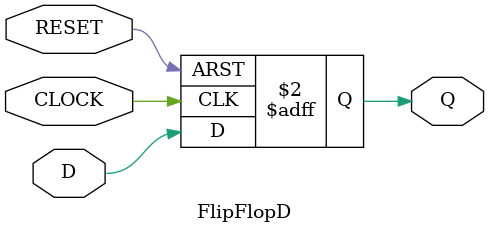
<source format=v>

module FlipFlopD
  (
    input D,
    input CLOCK,
    input RESET,
    output reg Q
  );

  always@(posedge CLOCK or posedge RESET)
    begin
      if(RESET) 
			Q = 0;
      else  
			Q = D;
    end
endmodule 
          
</source>
